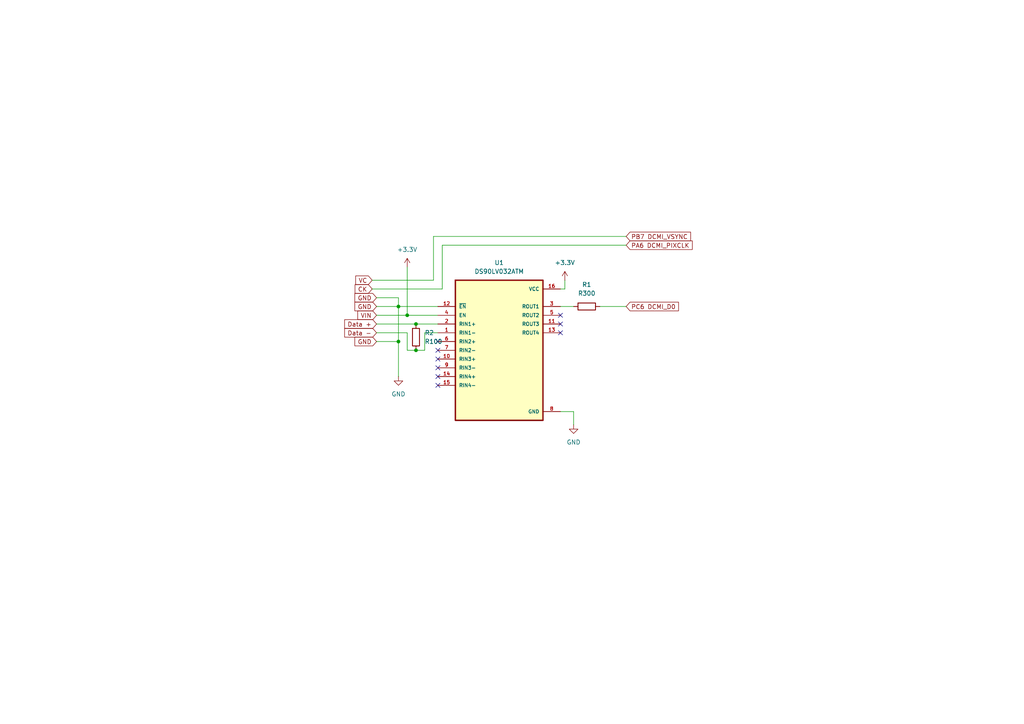
<source format=kicad_sch>
(kicad_sch (version 20250114) (generator "eeschema") (generator_version "9.0")
  (paper "A4")
  (lib_symbols
    (symbol "DS90LV032ATM:DS90LV032ATM" (pin_names (offset 1.016))
      (property "Reference" "U" (at -12.7 21.32 0))
      (property "Value" "DS90LV032ATM" (at -12.7 -24.32 0))
      (symbol "DS90LV032ATM_0_0"
        (rectangle (start -12.7 -20.32) (end 12.7 20.32) (stroke (width 0.41)) (fill (type background)))
        (pin input line (at -17.78 12.7 0) (length 5.08) (name "~{EN}") (number "12"))
        (pin input line (at -17.78 10.16 0) (length 5.08) (name "EN") (number "4"))
        (pin input line (at -17.78 7.62 0) (length 5.08) (name "RIN1+") (number "2"))
        (pin input line (at -17.78 5.08 0) (length 5.08) (name "RIN1-") (number "1"))
        (pin input line (at -17.78 2.54 0) (length 5.08) (name "RIN2+") (number "6"))
        (pin input line (at -17.78 0 0) (length 5.08) (name "RIN2-") (number "7"))
        (pin input line (at -17.78 -2.54 0) (length 5.08) (name "RIN3+") (number "10"))
        (pin input line (at -17.78 -5.08 0) (length 5.08) (name "RIN3-") (number "9"))
        (pin input line (at -17.78 -7.62 0) (length 5.08) (name "RIN4+") (number "14"))
        (pin input line (at -17.78 -10.16 0) (length 5.08) (name "RIN4-") (number "15"))
        (pin power_in line (at 17.78 17.78 180) (length 5.08) (name "VCC") (number "16"))
        (pin output line (at 17.78 12.7 180) (length 5.08) (name "ROUT1") (number "3"))
        (pin output line (at 17.78 10.16 180) (length 5.08) (name "ROUT2") (number "5"))
        (pin output line (at 17.78 7.62 180) (length 5.08) (name "ROUT3") (number "11"))
        (pin output line (at 17.78 5.08 180) (length 5.08) (name "ROUT4") (number "13"))
        (pin power_in line (at 17.78 -17.78 180) (length 5.08) (name "GND") (number "8"))
      )
    )
    (symbol "Device:R" (pin_numbers (hide yes)) (pin_names (offset 0))
      (property "Reference" "R" (at 2.032 0 90))
      (property "Value" "R" (at 0 0 90))
      (symbol "R_0_1"
        (rectangle (start -1.016 -2.54) (end 1.016 2.54) (stroke (width 0.254)))
      )
      (symbol "R_1_1"
        (pin passive line (at 0 3.81 270) (length 1.27) (name "~") (number "1"))
        (pin passive line (at 0 -3.81 90) (length 1.27) (name "~") (number "2"))
      )
    )
    (symbol "power:+3.3V" (power) (pin_numbers (hide yes)) (pin_names (offset 0) (hide yes))
      (property "Value" "+3.3V" (at 0 3.556 0))
      (symbol "+3.3V_0_1"
        (polyline (pts (xy -0.762 1.27) (xy 0 2.54)))
        (polyline (pts (xy 0 2.54) (xy 0.762 1.27)))
        (polyline (pts (xy 0 0) (xy 0 2.54)))
      )
      (symbol "+3.3V_1_1"
        (pin power_in line (at 0 0 90) (length 0) (name "~") (number "1"))
      )
    )
    (symbol "power:GND" (power) (pin_numbers (hide yes)) (pin_names (offset 0) (hide yes))
      (property "Value" "GND" (at 0 -3.81 0))
      (symbol "GND_0_1"
        (polyline (pts (xy 0 0) (xy 0 -1.27) (xy 1.27 -1.27) (xy 0 -2.54) (xy -1.27 -1.27) (xy 0 -1.27)))
      )
      (symbol "GND_1_1"
        (pin power_in line (at 0 0 270) (length 0) (name "~") (number "1"))
      )
    )
  )
  (junction (at 118.11 91.44))
  (junction (at 120.65 101.6))
  (junction (at 115.57 99.06))
  (junction (at 120.65 93.98))
  (junction (at 115.57 88.9))
  (no_connect (at 162.56 96.52))
  (no_connect (at 127 109.22))
  (no_connect (at 127 99.06))
  (no_connect (at 127 106.68))
  (no_connect (at 162.56 91.44))
  (no_connect (at 127 111.76))
  (no_connect (at 127 101.6))
  (no_connect (at 162.56 93.98))
  (no_connect (at 127 104.14))
  (wire (pts (xy 163.83 83.82) (xy 162.56 83.82)))
  (wire (pts (xy 128.27 71.12) (xy 128.27 83.82)))
  (wire (pts (xy 107.95 81.28) (xy 125.73 81.28)))
  (wire (pts (xy 109.22 96.52) (xy 118.11 96.52)))
  (wire (pts (xy 109.22 93.98) (xy 120.65 93.98)))
  (wire (pts (xy 109.22 91.44) (xy 118.11 91.44)))
  (wire (pts (xy 118.11 91.44) (xy 127 91.44)))
  (wire (pts (xy 173.99 88.9) (xy 181.61 88.9)))
  (wire (pts (xy 115.57 88.9) (xy 115.57 99.06)))
  (wire (pts (xy 125.73 68.58) (xy 181.61 68.58)))
  (wire (pts (xy 118.11 101.6) (xy 120.65 101.6)))
  (wire (pts (xy 181.61 71.12) (xy 128.27 71.12)))
  (wire (pts (xy 109.22 86.36) (xy 115.57 86.36)))
  (wire (pts (xy 128.27 83.82) (xy 107.95 83.82)))
  (wire (pts (xy 115.57 99.06) (xy 115.57 109.22)))
  (wire (pts (xy 162.56 119.38) (xy 166.37 119.38)))
  (wire (pts (xy 123.19 96.52) (xy 127 96.52)))
  (wire (pts (xy 123.19 101.6) (xy 123.19 96.52)))
  (wire (pts (xy 120.65 101.6) (xy 123.19 101.6)))
  (wire (pts (xy 163.83 81.28) (xy 163.83 83.82)))
  (wire (pts (xy 109.22 88.9) (xy 115.57 88.9)))
  (wire (pts (xy 125.73 81.28) (xy 125.73 68.58)))
  (wire (pts (xy 120.65 93.98) (xy 127 93.98)))
  (wire (pts (xy 109.22 99.06) (xy 115.57 99.06)))
  (wire (pts (xy 162.56 88.9) (xy 166.37 88.9)))
  (wire (pts (xy 115.57 88.9) (xy 127 88.9)))
  (wire (pts (xy 118.11 91.44) (xy 118.11 77.47)))
  (wire (pts (xy 118.11 96.52) (xy 118.11 101.6)))
  (wire (pts (xy 115.57 86.36) (xy 115.57 88.9)))
  (wire (pts (xy 166.37 119.38) (xy 166.37 123.19)))
  (global_label "VIN" (shape input) (at 109.22 91.44 180) (property "Intersheetrefs" "${INTERSHEET_REFS}" (effects (hide yes))))
  (global_label "GND" (shape input) (at 109.22 88.9 180) (property "Intersheetrefs" "${INTERSHEET_REFS}" (effects (hide yes))))
  (global_label "Data -" (shape input) (at 109.22 96.52 180) (property "Intersheetrefs" "${INTERSHEET_REFS}" (effects (hide yes))))
  (global_label "VC" (shape input) (at 107.95 81.28 180) (property "Intersheetrefs" "${INTERSHEET_REFS}" (effects (hide yes))))
  (global_label "Data +" (shape input) (at 109.22 93.98 180) (property "Intersheetrefs" "${INTERSHEET_REFS}" (effects (hide yes))))
  (global_label "CK" (shape input) (at 107.95 83.82 180) (property "Intersheetrefs" "${INTERSHEET_REFS}" (effects (hide yes))))
  (global_label "PB7 DCMI_VSYNC" (shape input) (at 181.61 68.58 0) (property "Intersheetrefs" "${INTERSHEET_REFS}" (effects (hide yes))))
  (global_label "GND" (shape input) (at 109.22 86.36 180) (property "Intersheetrefs" "${INTERSHEET_REFS}" (effects (hide yes))))
  (global_label "PC6 DCMI_D0" (shape input) (at 181.61 88.9 0) (property "Intersheetrefs" "${INTERSHEET_REFS}" (effects (hide yes))))
  (global_label "GND" (shape input) (at 109.22 99.06 180) (property "Intersheetrefs" "${INTERSHEET_REFS}" (effects (hide yes))))
  (global_label "PA6 DCMI_PIXCLK" (shape input) (at 181.61 71.12 0) (property "Intersheetrefs" "${INTERSHEET_REFS}" (effects (hide yes))))
  (symbol (lib_id "power:GND") (at 115.57 109.22 0) (unit 1)
    (property "Reference" "#PWR01" (effects (hide yes)))
    (property "Value" "GND" (at 115.57 114.3 0))
    (property "Description" "Power symbol creates a global label with name \"GND\" , ground" (effects (hide yes)))
  )
  (symbol (lib_id "power:+3.3V") (at 163.83 81.28 0) (unit 1)
    (property "Reference" "#PWR03" (effects (hide yes)))
    (property "Value" "+3.3V" (at 163.83 76.2 0))
    (property "Description" "Power symbol creates a global label with name \"+3.3V\"" (effects (hide yes)))
  )
  (symbol (lib_id "power:GND") (at 166.37 123.19 0) (unit 1)
    (property "Reference" "#PWR04" (effects (hide yes)))
    (property "Value" "GND" (at 166.37 128.27 0))
    (property "Description" "Power symbol creates a global label with name \"GND\" , ground" (effects (hide yes)))
  )
  (symbol (lib_id "Device:R") (at 170.18 88.9 90) (unit 1)
    (property "Reference" "R1" (at 170.18 82.55 90))
    (property "Value" "R300" (at 170.18 85.09 90))
    (property "Description" "Resistor" (effects (hide yes)))
  )
  (symbol (lib_id "power:+3.3V") (at 118.11 77.47 0) (unit 1)
    (property "Reference" "#PWR02" (effects (hide yes)))
    (property "Value" "+3.3V" (at 118.11 72.39 0))
    (property "Description" "Power symbol creates a global label with name \"+3.3V\"" (effects (hide yes)))
  )
  (symbol (lib_id "Device:R") (at 120.65 97.79 0) (unit 1)
    (property "Reference" "R2" (at 123.19 96.5199 0) (effects (justify left)))
    (property "Value" "R100" (at 123.19 99.0599 0) (effects (justify left)))
    (property "Description" "Resistor" (effects (hide yes)))
  )
  (symbol (lib_id "DS90LV032ATM:DS90LV032ATM") (at 144.78 101.6 0) (unit 1)
    (property "Reference" "U1" (at 144.78 76.2 0))
    (property "Value" "DS90LV032ATM" (at 144.78 78.74 0))
    (property "Footprint" "DS90LV032ATM:SOIC127P600X175-16N" (effects (hide yes)))
  )
)
</source>
